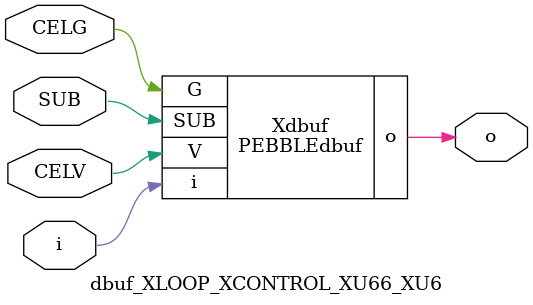
<source format=v>



module PEBBLEdbuf ( o, G, SUB, V, i );

  input V;
  input i;
  input G;
  output o;
  input SUB;
endmodule

//Celera Confidential Do Not Copy dbuf_XLOOP_XCONTROL_XU66_XU6
//Celera Confidential Symbol Generator
//Digital Buffer
module dbuf_XLOOP_XCONTROL_XU66_XU6 (CELV,CELG,i,o,SUB);
input CELV;
input CELG;
input i;
input SUB;
output o;

//Celera Confidential Do Not Copy dbuf
PEBBLEdbuf Xdbuf(
.V (CELV),
.i (i),
.o (o),
.SUB (SUB),
.G (CELG)
);
//,diesize,PEBBLEdbuf

//Celera Confidential Do Not Copy Module End
//Celera Schematic Generator
endmodule

</source>
